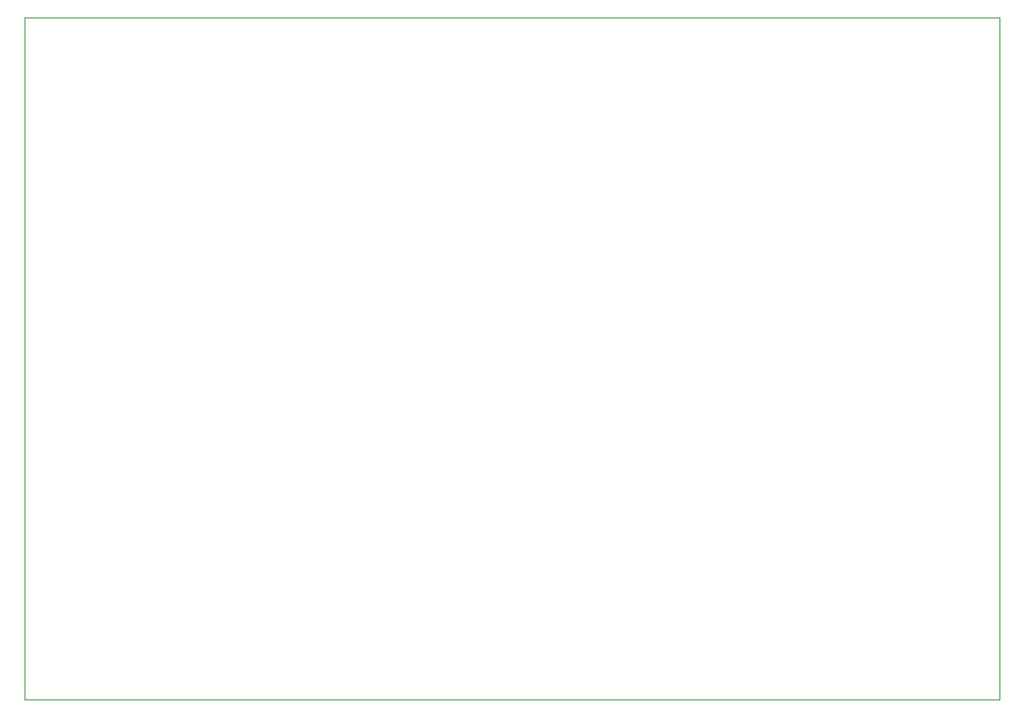
<source format=gbr>
%TF.GenerationSoftware,KiCad,Pcbnew,9.0.3*%
%TF.CreationDate,2025-08-01T16:51:20-05:00*%
%TF.ProjectId,Lab_Sensor_V2,4c61625f-5365-46e7-936f-725f56322e6b,rev?*%
%TF.SameCoordinates,Original*%
%TF.FileFunction,Profile,NP*%
%FSLAX46Y46*%
G04 Gerber Fmt 4.6, Leading zero omitted, Abs format (unit mm)*
G04 Created by KiCad (PCBNEW 9.0.3) date 2025-08-01 16:51:20*
%MOMM*%
%LPD*%
G01*
G04 APERTURE LIST*
%TA.AperFunction,Profile*%
%ADD10C,0.050000*%
%TD*%
G04 APERTURE END LIST*
D10*
X75000000Y-46500000D02*
X169250000Y-46500000D01*
X169250000Y-112500000D01*
X75000000Y-112500000D01*
X75000000Y-46500000D01*
M02*

</source>
